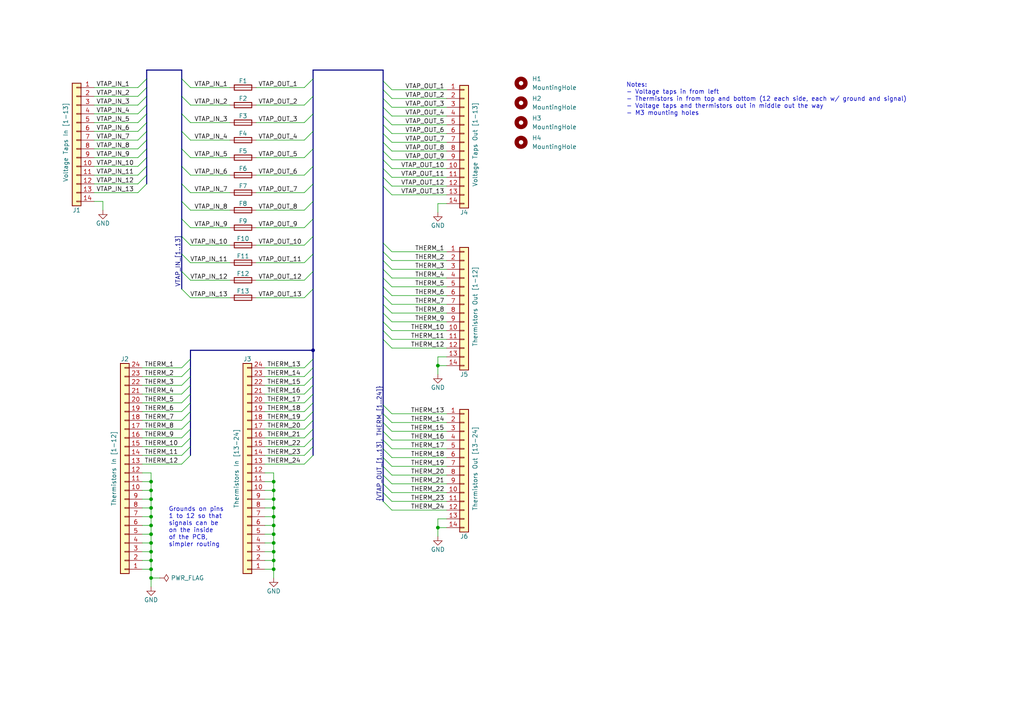
<source format=kicad_sch>
(kicad_sch (version 20211123) (generator eeschema)
  (paper "A4")
  (lib_symbols
    (symbol "Connector_Generic:Conn_01x14" (pin_names (offset 1.016) hide)
      (property "Reference" "J" (at 0 17.78 0))
      (property "Value" "Conn_01x14" (at 0 -20.32 0))
      (symbol "Conn_01x14_1_1"
        (rectangle (start -1.27 -17.653) (end 0 -17.907) (stroke (width 0.1524)))
        (rectangle (start -1.27 -15.113) (end 0 -15.367) (stroke (width 0.1524)))
        (rectangle (start -1.27 -12.573) (end 0 -12.827) (stroke (width 0.1524)))
        (rectangle (start -1.27 -10.033) (end 0 -10.287) (stroke (width 0.1524)))
        (rectangle (start -1.27 -7.493) (end 0 -7.747) (stroke (width 0.1524)))
        (rectangle (start -1.27 -4.953) (end 0 -5.207) (stroke (width 0.1524)))
        (rectangle (start -1.27 -2.413) (end 0 -2.667) (stroke (width 0.1524)))
        (rectangle (start -1.27 0.127) (end 0 -0.127) (stroke (width 0.1524)))
        (rectangle (start -1.27 2.667) (end 0 2.413) (stroke (width 0.1524)))
        (rectangle (start -1.27 5.207) (end 0 4.953) (stroke (width 0.1524)))
        (rectangle (start -1.27 7.747) (end 0 7.493) (stroke (width 0.1524)))
        (rectangle (start -1.27 10.287) (end 0 10.033) (stroke (width 0.1524)))
        (rectangle (start -1.27 12.827) (end 0 12.573) (stroke (width 0.1524)))
        (rectangle (start -1.27 15.367) (end 0 15.113) (stroke (width 0.1524)))
        (rectangle (start -1.27 16.51) (end 1.27 -19.05) (stroke (width 0.254)) (fill (type background)))
        (pin passive line (at -5.08 15.24 0) (length 3.81) (name "Pin_1") (number "1"))
        (pin passive line (at -5.08 -7.62 0) (length 3.81) (name "Pin_10") (number "10"))
        (pin passive line (at -5.08 -10.16 0) (length 3.81) (name "Pin_11") (number "11"))
        (pin passive line (at -5.08 -12.7 0) (length 3.81) (name "Pin_12") (number "12"))
        (pin passive line (at -5.08 -15.24 0) (length 3.81) (name "Pin_13") (number "13"))
        (pin passive line (at -5.08 -17.78 0) (length 3.81) (name "Pin_14") (number "14"))
        (pin passive line (at -5.08 12.7 0) (length 3.81) (name "Pin_2") (number "2"))
        (pin passive line (at -5.08 10.16 0) (length 3.81) (name "Pin_3") (number "3"))
        (pin passive line (at -5.08 7.62 0) (length 3.81) (name "Pin_4") (number "4"))
        (pin passive line (at -5.08 5.08 0) (length 3.81) (name "Pin_5") (number "5"))
        (pin passive line (at -5.08 2.54 0) (length 3.81) (name "Pin_6") (number "6"))
        (pin passive line (at -5.08 0 0) (length 3.81) (name "Pin_7") (number "7"))
        (pin passive line (at -5.08 -2.54 0) (length 3.81) (name "Pin_8") (number "8"))
        (pin passive line (at -5.08 -5.08 0) (length 3.81) (name "Pin_9") (number "9"))
      )
    )
    (symbol "Connector_Generic:Conn_01x24" (pin_names (offset 1.016) hide)
      (property "Reference" "J" (at 0 30.48 0))
      (property "Value" "Conn_01x24" (at 0 -33.02 0))
      (symbol "Conn_01x24_1_1"
        (rectangle (start -1.27 -30.353) (end 0 -30.607) (stroke (width 0.1524)))
        (rectangle (start -1.27 -27.813) (end 0 -28.067) (stroke (width 0.1524)))
        (rectangle (start -1.27 -25.273) (end 0 -25.527) (stroke (width 0.1524)))
        (rectangle (start -1.27 -22.733) (end 0 -22.987) (stroke (width 0.1524)))
        (rectangle (start -1.27 -20.193) (end 0 -20.447) (stroke (width 0.1524)))
        (rectangle (start -1.27 -17.653) (end 0 -17.907) (stroke (width 0.1524)))
        (rectangle (start -1.27 -15.113) (end 0 -15.367) (stroke (width 0.1524)))
        (rectangle (start -1.27 -12.573) (end 0 -12.827) (stroke (width 0.1524)))
        (rectangle (start -1.27 -10.033) (end 0 -10.287) (stroke (width 0.1524)))
        (rectangle (start -1.27 -7.493) (end 0 -7.747) (stroke (width 0.1524)))
        (rectangle (start -1.27 -4.953) (end 0 -5.207) (stroke (width 0.1524)))
        (rectangle (start -1.27 -2.413) (end 0 -2.667) (stroke (width 0.1524)))
        (rectangle (start -1.27 0.127) (end 0 -0.127) (stroke (width 0.1524)))
        (rectangle (start -1.27 2.667) (end 0 2.413) (stroke (width 0.1524)))
        (rectangle (start -1.27 5.207) (end 0 4.953) (stroke (width 0.1524)))
        (rectangle (start -1.27 7.747) (end 0 7.493) (stroke (width 0.1524)))
        (rectangle (start -1.27 10.287) (end 0 10.033) (stroke (width 0.1524)))
        (rectangle (start -1.27 12.827) (end 0 12.573) (stroke (width 0.1524)))
        (rectangle (start -1.27 15.367) (end 0 15.113) (stroke (width 0.1524)))
        (rectangle (start -1.27 17.907) (end 0 17.653) (stroke (width 0.1524)))
        (rectangle (start -1.27 20.447) (end 0 20.193) (stroke (width 0.1524)))
        (rectangle (start -1.27 22.987) (end 0 22.733) (stroke (width 0.1524)))
        (rectangle (start -1.27 25.527) (end 0 25.273) (stroke (width 0.1524)))
        (rectangle (start -1.27 28.067) (end 0 27.813) (stroke (width 0.1524)))
        (rectangle (start -1.27 29.21) (end 1.27 -31.75) (stroke (width 0.254)) (fill (type background)))
        (pin passive line (at -5.08 27.94 0) (length 3.81) (name "Pin_1") (number "1"))
        (pin passive line (at -5.08 5.08 0) (length 3.81) (name "Pin_10") (number "10"))
        (pin passive line (at -5.08 2.54 0) (length 3.81) (name "Pin_11") (number "11"))
        (pin passive line (at -5.08 0 0) (length 3.81) (name "Pin_12") (number "12"))
        (pin passive line (at -5.08 -2.54 0) (length 3.81) (name "Pin_13") (number "13"))
        (pin passive line (at -5.08 -5.08 0) (length 3.81) (name "Pin_14") (number "14"))
        (pin passive line (at -5.08 -7.62 0) (length 3.81) (name "Pin_15") (number "15"))
        (pin passive line (at -5.08 -10.16 0) (length 3.81) (name "Pin_16") (number "16"))
        (pin passive line (at -5.08 -12.7 0) (length 3.81) (name "Pin_17") (number "17"))
        (pin passive line (at -5.08 -15.24 0) (length 3.81) (name "Pin_18") (number "18"))
        (pin passive line (at -5.08 -17.78 0) (length 3.81) (name "Pin_19") (number "19"))
        (pin passive line (at -5.08 25.4 0) (length 3.81) (name "Pin_2") (number "2"))
        (pin passive line (at -5.08 -20.32 0) (length 3.81) (name "Pin_20") (number "20"))
        (pin passive line (at -5.08 -22.86 0) (length 3.81) (name "Pin_21") (number "21"))
        (pin passive line (at -5.08 -25.4 0) (length 3.81) (name "Pin_22") (number "22"))
        (pin passive line (at -5.08 -27.94 0) (length 3.81) (name "Pin_23") (number "23"))
        (pin passive line (at -5.08 -30.48 0) (length 3.81) (name "Pin_24") (number "24"))
        (pin passive line (at -5.08 22.86 0) (length 3.81) (name "Pin_3") (number "3"))
        (pin passive line (at -5.08 20.32 0) (length 3.81) (name "Pin_4") (number "4"))
        (pin passive line (at -5.08 17.78 0) (length 3.81) (name "Pin_5") (number "5"))
        (pin passive line (at -5.08 15.24 0) (length 3.81) (name "Pin_6") (number "6"))
        (pin passive line (at -5.08 12.7 0) (length 3.81) (name "Pin_7") (number "7"))
        (pin passive line (at -5.08 10.16 0) (length 3.81) (name "Pin_8") (number "8"))
        (pin passive line (at -5.08 7.62 0) (length 3.81) (name "Pin_9") (number "9"))
      )
    )
    (symbol "Device:Fuse" (pin_numbers hide) (pin_names (offset 0))
      (property "Reference" "F" (at 2.032 0 90))
      (property "Value" "Fuse" (at -1.905 0 90))
      (symbol "Fuse_0_1"
        (rectangle (start -0.762 -2.54) (end 0.762 2.54) (stroke (width 0.254)))
        (polyline (pts (xy 0 2.54) (xy 0 -2.54)))
      )
      (symbol "Fuse_1_1"
        (pin passive line (at 0 3.81 270) (length 1.27) (name "~") (number "1"))
        (pin passive line (at 0 -3.81 90) (length 1.27) (name "~") (number "2"))
      )
    )
    (symbol "Mechanical:MountingHole" (pin_names (offset 1.016))
      (property "Reference" "H" (at 0 5.08 0))
      (property "Value" "MountingHole" (at 0 3.175 0))
      (symbol "MountingHole_0_1"
        (circle (center 0 0) (radius 1.27) (stroke (width 1.27)))
      )
    )
    (symbol "power:GND" (power) (pin_names (offset 0))
      (property "Value" "GND" (at 0 -3.81 0))
      (symbol "GND_0_1"
        (polyline (pts (xy 0 0) (xy 0 -1.27) (xy 1.27 -1.27) (xy 0 -2.54) (xy -1.27 -1.27) (xy 0 -1.27)))
      )
      (symbol "GND_1_1"
        (pin power_in line (at 0 0 270) (length 0) hide (name "GND") (number "1"))
      )
    )
    (symbol "power:PWR_FLAG" (power) (pin_numbers hide) (pin_names (offset 0) hide)
      (property "Value" "PWR_FLAG" (at 0 3.81 0))
      (symbol "PWR_FLAG_0_0"
        (pin power_out line (at 0 0 90) (length 0) (name "pwr") (number "1"))
      )
      (symbol "PWR_FLAG_0_1"
        (polyline (pts (xy 0 0) (xy 0 1.27) (xy -1.016 1.905) (xy 0 2.54) (xy 1.016 1.905) (xy 0 1.27)))
      )
    )
  )
  (junction (at 43.815 147.32))
  (junction (at 43.815 160.02))
  (junction (at 79.375 162.56))
  (junction (at 43.815 144.78))
  (junction (at 79.375 165.1))
  (junction (at 43.815 167.64))
  (junction (at 79.375 147.32))
  (junction (at 43.815 157.48))
  (junction (at 79.375 149.86))
  (junction (at 79.375 139.7))
  (junction (at 127 153.035))
  (junction (at 43.815 142.24))
  (junction (at 79.375 142.24))
  (junction (at 79.375 152.4))
  (junction (at 79.375 157.48))
  (junction (at 43.815 152.4))
  (junction (at 79.375 154.94))
  (junction (at 90.805 101.6))
  (junction (at 43.815 139.7))
  (junction (at 43.815 165.1))
  (junction (at 127 106.045))
  (junction (at 43.815 149.86))
  (junction (at 43.815 154.94))
  (junction (at 79.375 144.78))
  (junction (at 43.815 162.56))
  (junction (at 79.375 160.02))
  (bus_entry (at 111.125 95.885) (size 2.54 2.54))
  (bus_entry (at 111.125 73.025) (size 2.54 2.54))
  (bus_entry (at 88.265 50.8) (size 2.54 -2.54))
  (bus_entry (at 52.705 22.86) (size 2.54 2.54))
  (bus_entry (at 40.005 45.72) (size 2.54 -2.54))
  (bus_entry (at 88.265 66.04) (size 2.54 -2.54))
  (bus_entry (at 55.245 35.56) (size -2.54 -2.54))
  (bus_entry (at 111.125 120.015) (size 2.54 2.54))
  (bus_entry (at 40.005 40.64) (size 2.54 -2.54))
  (bus_entry (at 55.245 81.28) (size -2.54 -2.54))
  (bus_entry (at 111.125 140.335) (size 2.54 2.54))
  (bus_entry (at 40.005 33.02) (size 2.54 -2.54))
  (bus_entry (at 111.125 36.195) (size 2.54 2.54))
  (bus_entry (at 111.125 43.815) (size 2.54 2.54))
  (bus_entry (at 40.005 43.18) (size 2.54 -2.54))
  (bus_entry (at 111.125 135.255) (size 2.54 2.54))
  (bus_entry (at 111.125 125.095) (size 2.54 2.54))
  (bus_entry (at 88.265 35.56) (size 2.54 -2.54))
  (bus_entry (at 55.245 76.2) (size -2.54 -2.54))
  (bus_entry (at 111.125 38.735) (size 2.54 2.54))
  (bus_entry (at 52.705 109.22) (size 2.54 -2.54))
  (bus_entry (at 55.245 60.96) (size -2.54 -2.54))
  (bus_entry (at 111.125 33.655) (size 2.54 2.54))
  (bus_entry (at 111.125 51.435) (size 2.54 2.54))
  (bus_entry (at 88.265 30.48) (size 2.54 -2.54))
  (bus_entry (at 40.005 38.1) (size 2.54 -2.54))
  (bus_entry (at 88.265 129.54) (size 2.54 -2.54))
  (bus_entry (at 111.125 85.725) (size 2.54 2.54))
  (bus_entry (at 52.705 132.08) (size 2.54 -2.54))
  (bus_entry (at 52.705 129.54) (size 2.54 -2.54))
  (bus_entry (at 111.125 132.715) (size 2.54 2.54))
  (bus_entry (at 40.005 48.26) (size 2.54 -2.54))
  (bus_entry (at 52.705 134.62) (size 2.54 -2.54))
  (bus_entry (at 111.125 41.275) (size 2.54 2.54))
  (bus_entry (at 111.125 26.035) (size 2.54 2.54))
  (bus_entry (at 88.265 60.96) (size 2.54 -2.54))
  (bus_entry (at 88.265 111.76) (size 2.54 -2.54))
  (bus_entry (at 88.265 119.38) (size 2.54 -2.54))
  (bus_entry (at 52.705 116.84) (size 2.54 -2.54))
  (bus_entry (at 111.125 130.175) (size 2.54 2.54))
  (bus_entry (at 40.005 25.4) (size 2.54 -2.54))
  (bus_entry (at 111.125 137.795) (size 2.54 2.54))
  (bus_entry (at 40.005 53.34) (size 2.54 -2.54))
  (bus_entry (at 111.125 88.265) (size 2.54 2.54))
  (bus_entry (at 88.265 116.84) (size 2.54 -2.54))
  (bus_entry (at 40.005 35.56) (size 2.54 -2.54))
  (bus_entry (at 111.125 90.805) (size 2.54 2.54))
  (bus_entry (at 88.265 121.92) (size 2.54 -2.54))
  (bus_entry (at 40.005 30.48) (size 2.54 -2.54))
  (bus_entry (at 111.125 83.185) (size 2.54 2.54))
  (bus_entry (at 111.125 70.485) (size 2.54 2.54))
  (bus_entry (at 111.125 28.575) (size 2.54 2.54))
  (bus_entry (at 88.265 25.4) (size 2.54 -2.54))
  (bus_entry (at 88.265 127) (size 2.54 -2.54))
  (bus_entry (at 111.125 53.975) (size 2.54 2.54))
  (bus_entry (at 111.125 117.475) (size 2.54 2.54))
  (bus_entry (at 111.125 98.425) (size 2.54 2.54))
  (bus_entry (at 55.245 45.72) (size -2.54 -2.54))
  (bus_entry (at 111.125 127.635) (size 2.54 2.54))
  (bus_entry (at 52.705 119.38) (size 2.54 -2.54))
  (bus_entry (at 111.125 122.555) (size 2.54 2.54))
  (bus_entry (at 88.265 86.36) (size 2.54 -2.54))
  (bus_entry (at 40.005 55.88) (size 2.54 -2.54))
  (bus_entry (at 88.265 106.68) (size 2.54 -2.54))
  (bus_entry (at 88.265 76.2) (size 2.54 -2.54))
  (bus_entry (at 88.265 124.46) (size 2.54 -2.54))
  (bus_entry (at 55.245 30.48) (size -2.54 -2.54))
  (bus_entry (at 52.705 106.68) (size 2.54 -2.54))
  (bus_entry (at 55.245 71.12) (size -2.54 -2.54))
  (bus_entry (at 52.705 127) (size 2.54 -2.54))
  (bus_entry (at 111.125 145.415) (size 2.54 2.54))
  (bus_entry (at 88.265 71.12) (size 2.54 -2.54))
  (bus_entry (at 111.125 48.895) (size 2.54 2.54))
  (bus_entry (at 111.125 142.875) (size 2.54 2.54))
  (bus_entry (at 55.245 66.04) (size -2.54 -2.54))
  (bus_entry (at 111.125 31.115) (size 2.54 2.54))
  (bus_entry (at 111.125 23.495) (size 2.54 2.54))
  (bus_entry (at 88.265 134.62) (size 2.54 -2.54))
  (bus_entry (at 88.265 45.72) (size 2.54 -2.54))
  (bus_entry (at 111.125 75.565) (size 2.54 2.54))
  (bus_entry (at 111.125 46.355) (size 2.54 2.54))
  (bus_entry (at 88.265 114.3) (size 2.54 -2.54))
  (bus_entry (at 52.705 124.46) (size 2.54 -2.54))
  (bus_entry (at 55.245 55.88) (size -2.54 -2.54))
  (bus_entry (at 55.245 86.36) (size -2.54 -2.54))
  (bus_entry (at 111.125 80.645) (size 2.54 2.54))
  (bus_entry (at 40.005 50.8) (size 2.54 -2.54))
  (bus_entry (at 88.265 109.22) (size 2.54 -2.54))
  (bus_entry (at 52.705 121.92) (size 2.54 -2.54))
  (bus_entry (at 88.265 55.88) (size 2.54 -2.54))
  (bus_entry (at 111.125 93.345) (size 2.54 2.54))
  (bus_entry (at 55.245 50.8) (size -2.54 -2.54))
  (bus_entry (at 52.705 111.76) (size 2.54 -2.54))
  (bus_entry (at 40.005 27.94) (size 2.54 -2.54))
  (bus_entry (at 55.245 40.64) (size -2.54 -2.54))
  (bus_entry (at 88.265 40.64) (size 2.54 -2.54))
  (bus_entry (at 88.265 132.08) (size 2.54 -2.54))
  (bus_entry (at 88.265 81.28) (size 2.54 -2.54))
  (bus_entry (at 111.125 78.105) (size 2.54 2.54))
  (bus_entry (at 52.705 114.3) (size 2.54 -2.54))
  (bus (pts (xy 90.805 119.38) (xy 90.805 121.92)))
  (wire (pts (xy 76.835 109.22) (xy 88.265 109.22)))
  (bus (pts (xy 111.125 28.575) (xy 111.125 31.115)))
  (wire (pts (xy 79.375 157.48) (xy 79.375 160.02)))
  (bus (pts (xy 55.245 119.38) (xy 55.245 121.92)))
  (wire (pts (xy 113.665 31.115) (xy 129.54 31.115)))
  (wire (pts (xy 113.665 122.555) (xy 129.54 122.555)))
  (wire (pts (xy 113.665 120.015) (xy 129.54 120.015)))
  (bus (pts (xy 111.125 73.025) (xy 111.125 75.565)))
  (wire (pts (xy 27.305 55.88) (xy 40.005 55.88)))
  (bus (pts (xy 111.125 127.635) (xy 111.125 130.175)))
  (bus (pts (xy 111.125 80.645) (xy 111.125 83.185)))
  (bus (pts (xy 111.125 93.345) (xy 111.125 95.885)))
  (wire (pts (xy 43.815 165.1) (xy 43.815 162.56)))
  (wire (pts (xy 113.665 93.345) (xy 129.54 93.345)))
  (wire (pts (xy 113.665 90.805) (xy 129.54 90.805)))
  (wire (pts (xy 55.245 55.88) (xy 66.675 55.88)))
  (wire (pts (xy 113.665 48.895) (xy 129.54 48.895)))
  (wire (pts (xy 41.275 134.62) (xy 52.705 134.62)))
  (bus (pts (xy 52.705 58.42) (xy 52.705 63.5)))
  (wire (pts (xy 113.665 43.815) (xy 129.54 43.815)))
  (wire (pts (xy 76.835 144.78) (xy 79.375 144.78)))
  (wire (pts (xy 113.665 85.725) (xy 129.54 85.725)))
  (wire (pts (xy 113.665 83.185) (xy 129.54 83.185)))
  (wire (pts (xy 76.835 134.62) (xy 88.265 134.62)))
  (wire (pts (xy 43.815 157.48) (xy 43.815 160.02)))
  (wire (pts (xy 79.375 160.02) (xy 79.375 162.56)))
  (wire (pts (xy 76.835 132.08) (xy 88.265 132.08)))
  (bus (pts (xy 111.125 140.335) (xy 111.125 142.875)))
  (bus (pts (xy 42.545 53.34) (xy 42.545 50.8)))
  (bus (pts (xy 111.125 135.255) (xy 111.125 137.795)))
  (bus (pts (xy 111.125 137.795) (xy 111.125 140.335)))
  (wire (pts (xy 79.375 165.1) (xy 79.375 167.64)))
  (bus (pts (xy 42.545 48.26) (xy 42.545 45.72)))
  (wire (pts (xy 41.275 137.16) (xy 43.815 137.16)))
  (bus (pts (xy 111.125 142.875) (xy 111.125 145.415)))
  (bus (pts (xy 90.805 114.3) (xy 90.805 116.84)))
  (wire (pts (xy 74.295 40.64) (xy 88.265 40.64)))
  (bus (pts (xy 111.125 20.32) (xy 111.125 23.495)))
  (bus (pts (xy 55.245 127) (xy 55.245 129.54)))
  (wire (pts (xy 113.665 132.715) (xy 129.54 132.715)))
  (bus (pts (xy 90.805 33.02) (xy 90.805 38.1)))
  (wire (pts (xy 43.815 147.32) (xy 43.815 149.86)))
  (bus (pts (xy 52.705 73.66) (xy 52.705 78.74)))
  (wire (pts (xy 27.305 48.26) (xy 40.005 48.26)))
  (wire (pts (xy 74.295 30.48) (xy 88.265 30.48)))
  (wire (pts (xy 55.245 45.72) (xy 66.675 45.72)))
  (bus (pts (xy 52.705 20.32) (xy 52.705 22.86)))
  (wire (pts (xy 79.375 154.94) (xy 79.375 157.48)))
  (wire (pts (xy 43.815 167.64) (xy 46.355 167.64)))
  (bus (pts (xy 111.125 36.195) (xy 111.125 38.735)))
  (wire (pts (xy 41.275 154.94) (xy 43.815 154.94)))
  (wire (pts (xy 113.665 98.425) (xy 129.54 98.425)))
  (bus (pts (xy 90.805 20.32) (xy 111.125 20.32)))
  (bus (pts (xy 90.805 83.82) (xy 90.805 101.6)))
  (bus (pts (xy 90.805 20.32) (xy 90.805 22.86)))
  (wire (pts (xy 127 103.505) (xy 127 106.045)))
  (wire (pts (xy 27.305 27.94) (xy 40.005 27.94)))
  (wire (pts (xy 41.275 144.78) (xy 43.815 144.78)))
  (bus (pts (xy 90.805 109.22) (xy 90.805 111.76)))
  (bus (pts (xy 42.545 25.4) (xy 42.545 22.86)))
  (bus (pts (xy 52.705 78.74) (xy 52.705 83.82)))
  (bus (pts (xy 111.125 46.355) (xy 111.125 48.895)))
  (bus (pts (xy 55.245 109.22) (xy 55.245 111.76)))
  (wire (pts (xy 113.665 33.655) (xy 129.54 33.655)))
  (bus (pts (xy 111.125 31.115) (xy 111.125 33.655)))
  (bus (pts (xy 111.125 125.095) (xy 111.125 127.635)))
  (bus (pts (xy 90.805 63.5) (xy 90.805 68.58)))
  (wire (pts (xy 79.375 162.56) (xy 76.835 162.56)))
  (wire (pts (xy 27.305 30.48) (xy 40.005 30.48)))
  (wire (pts (xy 113.665 41.275) (xy 129.54 41.275)))
  (wire (pts (xy 43.815 142.24) (xy 43.815 144.78)))
  (wire (pts (xy 113.665 140.335) (xy 129.54 140.335)))
  (wire (pts (xy 41.275 132.08) (xy 52.705 132.08)))
  (wire (pts (xy 27.305 25.4) (xy 40.005 25.4)))
  (wire (pts (xy 76.835 119.38) (xy 88.265 119.38)))
  (bus (pts (xy 90.805 22.86) (xy 90.805 27.94)))
  (wire (pts (xy 76.835 160.02) (xy 79.375 160.02)))
  (wire (pts (xy 43.815 160.02) (xy 43.815 162.56)))
  (wire (pts (xy 43.815 162.56) (xy 41.275 162.56)))
  (wire (pts (xy 76.835 139.7) (xy 79.375 139.7)))
  (wire (pts (xy 76.835 106.68) (xy 88.265 106.68)))
  (wire (pts (xy 74.295 76.2) (xy 88.265 76.2)))
  (wire (pts (xy 41.275 139.7) (xy 43.815 139.7)))
  (bus (pts (xy 111.125 85.725) (xy 111.125 88.265)))
  (wire (pts (xy 41.275 160.02) (xy 43.815 160.02)))
  (bus (pts (xy 90.805 78.74) (xy 90.805 83.82)))
  (bus (pts (xy 52.705 33.02) (xy 52.705 38.1)))
  (bus (pts (xy 90.805 48.26) (xy 90.805 53.34)))
  (wire (pts (xy 113.665 26.035) (xy 129.54 26.035)))
  (wire (pts (xy 113.665 142.875) (xy 129.54 142.875)))
  (wire (pts (xy 43.815 165.1) (xy 43.815 167.64)))
  (wire (pts (xy 74.295 86.36) (xy 88.265 86.36)))
  (bus (pts (xy 52.705 43.18) (xy 52.705 48.26)))
  (wire (pts (xy 79.375 142.24) (xy 79.375 144.78)))
  (bus (pts (xy 90.805 101.6) (xy 90.805 104.14)))
  (wire (pts (xy 127 59.055) (xy 129.54 59.055)))
  (wire (pts (xy 41.275 111.76) (xy 52.705 111.76)))
  (wire (pts (xy 55.245 35.56) (xy 66.675 35.56)))
  (wire (pts (xy 55.245 66.04) (xy 66.675 66.04)))
  (bus (pts (xy 111.125 122.555) (xy 111.125 125.095)))
  (wire (pts (xy 76.835 165.1) (xy 79.375 165.1)))
  (bus (pts (xy 52.705 22.86) (xy 52.705 27.94)))
  (wire (pts (xy 55.245 81.28) (xy 66.675 81.28)))
  (wire (pts (xy 76.835 137.16) (xy 79.375 137.16)))
  (wire (pts (xy 76.835 152.4) (xy 79.375 152.4)))
  (bus (pts (xy 111.125 53.975) (xy 111.125 70.485)))
  (wire (pts (xy 113.665 80.645) (xy 129.54 80.645)))
  (bus (pts (xy 42.545 27.94) (xy 42.545 25.4)))
  (bus (pts (xy 52.705 63.5) (xy 52.705 68.58)))
  (bus (pts (xy 90.805 121.92) (xy 90.805 124.46)))
  (wire (pts (xy 113.665 46.355) (xy 129.54 46.355)))
  (wire (pts (xy 127 103.505) (xy 129.54 103.505)))
  (bus (pts (xy 55.245 104.14) (xy 55.245 106.68)))
  (wire (pts (xy 113.665 147.955) (xy 129.54 147.955)))
  (wire (pts (xy 74.295 71.12) (xy 88.265 71.12)))
  (wire (pts (xy 76.835 154.94) (xy 79.375 154.94)))
  (wire (pts (xy 55.245 25.4) (xy 66.675 25.4)))
  (wire (pts (xy 79.375 137.16) (xy 79.375 139.7)))
  (wire (pts (xy 74.295 55.88) (xy 88.265 55.88)))
  (wire (pts (xy 27.305 35.56) (xy 40.005 35.56)))
  (wire (pts (xy 74.295 81.28) (xy 88.265 81.28)))
  (bus (pts (xy 111.125 95.885) (xy 111.125 98.425)))
  (wire (pts (xy 55.245 60.96) (xy 66.675 60.96)))
  (bus (pts (xy 90.805 124.46) (xy 90.805 127)))
  (wire (pts (xy 41.275 127) (xy 52.705 127)))
  (bus (pts (xy 90.805 53.34) (xy 90.805 58.42)))
  (wire (pts (xy 43.815 139.7) (xy 43.815 142.24)))
  (wire (pts (xy 74.295 35.56) (xy 88.265 35.56)))
  (bus (pts (xy 55.245 101.6) (xy 55.245 104.14)))
  (wire (pts (xy 113.665 100.965) (xy 129.54 100.965)))
  (wire (pts (xy 127 153.035) (xy 129.54 153.035)))
  (bus (pts (xy 111.125 38.735) (xy 111.125 41.275)))
  (bus (pts (xy 111.125 83.185) (xy 111.125 85.725)))
  (bus (pts (xy 90.805 127) (xy 90.805 129.54)))
  (bus (pts (xy 52.705 27.94) (xy 52.705 33.02)))
  (wire (pts (xy 76.835 142.24) (xy 79.375 142.24)))
  (wire (pts (xy 79.375 139.7) (xy 79.375 142.24)))
  (wire (pts (xy 127 61.595) (xy 127 59.055)))
  (bus (pts (xy 111.125 33.655) (xy 111.125 36.195)))
  (wire (pts (xy 113.665 51.435) (xy 129.54 51.435)))
  (bus (pts (xy 90.805 68.58) (xy 90.805 73.66)))
  (bus (pts (xy 90.805 58.42) (xy 90.805 63.5)))
  (wire (pts (xy 79.375 147.32) (xy 79.375 149.86)))
  (wire (pts (xy 76.835 157.48) (xy 79.375 157.48)))
  (wire (pts (xy 43.815 149.86) (xy 43.815 152.4)))
  (bus (pts (xy 42.545 40.64) (xy 42.545 38.1)))
  (wire (pts (xy 127 153.035) (xy 127 155.575)))
  (wire (pts (xy 27.305 33.02) (xy 40.005 33.02)))
  (wire (pts (xy 41.275 106.68) (xy 52.705 106.68)))
  (wire (pts (xy 41.275 149.86) (xy 43.815 149.86)))
  (bus (pts (xy 111.125 51.435) (xy 111.125 53.975)))
  (bus (pts (xy 111.125 70.485) (xy 111.125 73.025)))
  (bus (pts (xy 42.545 20.32) (xy 52.705 20.32)))
  (wire (pts (xy 41.275 109.22) (xy 52.705 109.22)))
  (bus (pts (xy 111.125 90.805) (xy 111.125 93.345)))
  (wire (pts (xy 74.295 25.4) (xy 88.265 25.4)))
  (bus (pts (xy 42.545 30.48) (xy 42.545 27.94)))
  (bus (pts (xy 111.125 117.475) (xy 111.125 120.015)))
  (bus (pts (xy 111.125 120.015) (xy 111.125 122.555)))
  (bus (pts (xy 55.245 114.3) (xy 55.245 116.84)))
  (bus (pts (xy 42.545 45.72) (xy 42.545 43.18)))
  (bus (pts (xy 55.245 129.54) (xy 55.245 132.08)))
  (bus (pts (xy 55.245 121.92) (xy 55.245 124.46)))
  (wire (pts (xy 43.815 144.78) (xy 43.815 147.32)))
  (bus (pts (xy 111.125 41.275) (xy 111.125 43.815)))
  (bus (pts (xy 111.125 48.895) (xy 111.125 51.435)))
  (wire (pts (xy 43.815 152.4) (xy 43.815 154.94)))
  (wire (pts (xy 113.665 75.565) (xy 129.54 75.565)))
  (wire (pts (xy 41.275 157.48) (xy 43.815 157.48)))
  (wire (pts (xy 55.245 50.8) (xy 66.675 50.8)))
  (wire (pts (xy 55.245 40.64) (xy 66.675 40.64)))
  (wire (pts (xy 76.835 149.86) (xy 79.375 149.86)))
  (wire (pts (xy 79.375 149.86) (xy 79.375 152.4)))
  (wire (pts (xy 27.305 45.72) (xy 40.005 45.72)))
  (wire (pts (xy 76.835 147.32) (xy 79.375 147.32)))
  (wire (pts (xy 55.245 71.12) (xy 66.675 71.12)))
  (wire (pts (xy 55.245 30.48) (xy 66.675 30.48)))
  (bus (pts (xy 111.125 132.715) (xy 111.125 135.255)))
  (wire (pts (xy 113.665 135.255) (xy 129.54 135.255)))
  (wire (pts (xy 79.375 165.1) (xy 79.375 162.56)))
  (wire (pts (xy 41.275 147.32) (xy 43.815 147.32)))
  (bus (pts (xy 55.245 111.76) (xy 55.245 114.3)))
  (wire (pts (xy 113.665 36.195) (xy 129.54 36.195)))
  (bus (pts (xy 42.545 35.56) (xy 42.545 33.02)))
  (wire (pts (xy 113.665 130.175) (xy 129.54 130.175)))
  (wire (pts (xy 74.295 60.96) (xy 88.265 60.96)))
  (wire (pts (xy 127 150.495) (xy 129.54 150.495)))
  (bus (pts (xy 52.705 38.1) (xy 52.705 43.18)))
  (wire (pts (xy 43.815 137.16) (xy 43.815 139.7)))
  (bus (pts (xy 111.125 26.035) (xy 111.125 28.575)))
  (bus (pts (xy 90.805 111.76) (xy 90.805 114.3)))
  (wire (pts (xy 113.665 145.415) (xy 129.54 145.415)))
  (wire (pts (xy 27.305 40.64) (xy 40.005 40.64)))
  (bus (pts (xy 111.125 88.265) (xy 111.125 90.805)))
  (wire (pts (xy 76.835 111.76) (xy 88.265 111.76)))
  (wire (pts (xy 74.295 45.72) (xy 88.265 45.72)))
  (bus (pts (xy 52.705 48.26) (xy 52.705 53.34)))
  (wire (pts (xy 79.375 152.4) (xy 79.375 154.94)))
  (wire (pts (xy 27.305 53.34) (xy 40.005 53.34)))
  (wire (pts (xy 29.845 58.42) (xy 29.845 60.96)))
  (bus (pts (xy 90.805 27.94) (xy 90.805 33.02)))
  (wire (pts (xy 113.665 73.025) (xy 129.54 73.025)))
  (wire (pts (xy 113.665 38.735) (xy 129.54 38.735)))
  (wire (pts (xy 27.305 38.1) (xy 40.005 38.1)))
  (bus (pts (xy 90.805 106.68) (xy 90.805 109.22)))
  (wire (pts (xy 113.665 125.095) (xy 129.54 125.095)))
  (wire (pts (xy 43.815 154.94) (xy 43.815 157.48)))
  (wire (pts (xy 41.275 142.24) (xy 43.815 142.24)))
  (bus (pts (xy 90.805 129.54) (xy 90.805 132.08)))
  (wire (pts (xy 113.665 95.885) (xy 129.54 95.885)))
  (wire (pts (xy 113.665 127.635) (xy 129.54 127.635)))
  (bus (pts (xy 111.125 75.565) (xy 111.125 78.105)))
  (bus (pts (xy 90.805 43.18) (xy 90.805 48.26)))
  (wire (pts (xy 55.245 86.36) (xy 66.675 86.36)))
  (bus (pts (xy 52.705 53.34) (xy 52.705 58.42)))
  (wire (pts (xy 76.835 121.92) (xy 88.265 121.92)))
  (wire (pts (xy 79.375 144.78) (xy 79.375 147.32)))
  (bus (pts (xy 42.545 50.8) (xy 42.545 48.26)))
  (bus (pts (xy 42.545 38.1) (xy 42.545 35.56)))
  (bus (pts (xy 90.805 38.1) (xy 90.805 43.18)))
  (wire (pts (xy 41.275 114.3) (xy 52.705 114.3)))
  (wire (pts (xy 41.275 119.38) (xy 52.705 119.38)))
  (bus (pts (xy 90.805 104.14) (xy 90.805 106.68)))
  (wire (pts (xy 41.275 129.54) (xy 52.705 129.54)))
  (wire (pts (xy 113.665 137.795) (xy 129.54 137.795)))
  (wire (pts (xy 113.665 78.105) (xy 129.54 78.105)))
  (wire (pts (xy 76.835 116.84) (xy 88.265 116.84)))
  (wire (pts (xy 41.275 124.46) (xy 52.705 124.46)))
  (wire (pts (xy 43.815 167.64) (xy 43.815 170.18)))
  (bus (pts (xy 111.125 98.425) (xy 111.125 117.475)))
  (wire (pts (xy 41.275 121.92) (xy 52.705 121.92)))
  (wire (pts (xy 27.305 43.18) (xy 40.005 43.18)))
  (wire (pts (xy 76.835 114.3) (xy 88.265 114.3)))
  (wire (pts (xy 76.835 124.46) (xy 88.265 124.46)))
  (bus (pts (xy 111.125 78.105) (xy 111.125 80.645)))
  (bus (pts (xy 111.125 130.175) (xy 111.125 132.715)))
  (wire (pts (xy 41.275 152.4) (xy 43.815 152.4)))
  (wire (pts (xy 41.275 116.84) (xy 52.705 116.84)))
  (bus (pts (xy 55.245 106.68) (xy 55.245 109.22)))
  (wire (pts (xy 113.665 28.575) (xy 129.54 28.575)))
  (wire (pts (xy 113.665 88.265) (xy 129.54 88.265)))
  (bus (pts (xy 90.805 116.84) (xy 90.805 119.38)))
  (wire (pts (xy 127 106.045) (xy 127 108.585)))
  (bus (pts (xy 42.545 22.86) (xy 42.545 20.32)))
  (wire (pts (xy 74.295 50.8) (xy 88.265 50.8)))
  (bus (pts (xy 111.125 23.495) (xy 111.125 26.035)))
  (wire (pts (xy 27.305 50.8) (xy 40.005 50.8)))
  (wire (pts (xy 76.835 127) (xy 88.265 127)))
  (bus (pts (xy 55.245 101.6) (xy 90.805 101.6)))
  (wire (pts (xy 76.835 129.54) (xy 88.265 129.54)))
  (bus (pts (xy 42.545 33.02) (xy 42.545 30.48)))
  (wire (pts (xy 113.665 56.515) (xy 129.54 56.515)))
  (bus (pts (xy 55.245 124.46) (xy 55.245 127)))
  (bus (pts (xy 55.245 116.84) (xy 55.245 119.38)))
  (wire (pts (xy 74.295 66.04) (xy 88.265 66.04)))
  (wire (pts (xy 127 150.495) (xy 127 153.035)))
  (wire (pts (xy 113.665 53.975) (xy 129.54 53.975)))
  (bus (pts (xy 111.125 43.815) (xy 111.125 46.355)))
  (wire (pts (xy 27.305 58.42) (xy 29.845 58.42)))
  (wire (pts (xy 41.275 165.1) (xy 43.815 165.1)))
  (bus (pts (xy 52.705 68.58) (xy 52.705 73.66)))
  (wire (pts (xy 55.245 76.2) (xy 66.675 76.2)))
  (bus (pts (xy 90.805 73.66) (xy 90.805 78.74)))
  (wire (pts (xy 127 106.045) (xy 129.54 106.045)))
  (bus (pts (xy 42.545 43.18) (xy 42.545 40.64)))
  (text "Notes:\n- Voltage taps in from left\n- Thermistors in from top and bottom (12 each side, each w/ ground and signal)\n- Voltage taps and thermistors out in middle out the way\n- M3 mounting holes" (at 181.61 33.655 0) (effects (font (size 1.27 1.27)) (justify left bottom)))
  (text "Grounds on pins\n1 to 12 so that \nsignals can be\non the inside\nof the PCB, \nsimpler routing" (at 48.895 158.75 0) (effects (font (size 1.27 1.27)) (justify left bottom)))
  (label "THERM_8" (at 128.905 90.805 180))
  (label "THERM_20" (at 77.47 124.46 0))
  (label "THERM_12" (at 41.91 134.62 0))
  (label "VTAP_IN_10" (at 27.94 48.26 0))
  (label "VTAP_OUT_3" (at 74.93 35.56 0))
  (label "THERM_11" (at 128.905 98.425 180))
  (label "VTAP_IN_4" (at 66.04 40.64 180))
  (label "VTAP_IN_[1..13]" (at 52.705 83.185 90))
  (label "VTAP_IN_7" (at 27.94 40.64 0))
  (label "THERM_14" (at 77.47 109.22 0))
  (label "VTAP_OUT_3" (at 128.905 31.115 180))
  (label "VTAP_IN_13" (at 66.04 86.36 180))
  (label "THERM_23" (at 128.905 145.415 180))
  (label "THERM_12" (at 128.905 100.965 180))
  (label "THERM_8" (at 41.91 124.46 0))
  (label "VTAP_OUT_6" (at 74.93 50.8 0))
  (label "VTAP_IN_10" (at 66.04 71.12 180))
  (label "THERM_22" (at 77.47 129.54 0))
  (label "VTAP_IN_8" (at 66.04 60.96 180))
  (label "THERM_9" (at 128.905 93.345 180))
  (label "THERM_13" (at 77.47 106.68 0))
  (label "VTAP_IN_5" (at 27.94 35.56 0))
  (label "THERM_6" (at 41.91 119.38 0))
  (label "THERM_11" (at 41.91 132.08 0))
  (label "THERM_1" (at 128.905 73.025 180))
  (label "VTAP_IN_1" (at 66.04 25.4 180))
  (label "VTAP_OUT_12" (at 128.905 53.975 180))
  (label "VTAP_OUT_4" (at 128.905 33.655 180))
  (label "VTAP_OUT_2" (at 74.93 30.48 0))
  (label "THERM_7" (at 41.91 121.92 0))
  (label "VTAP_IN_4" (at 27.94 33.02 0))
  (label "THERM_16" (at 77.47 114.3 0))
  (label "VTAP_IN_1" (at 27.94 25.4 0))
  (label "THERM_6" (at 128.905 85.725 180))
  (label "THERM_22" (at 128.905 142.875 180))
  (label "THERM_9" (at 41.91 127 0))
  (label "VTAP_IN_5" (at 66.04 45.72 180))
  (label "VTAP_IN_3" (at 27.94 30.48 0))
  (label "VTAP_OUT_5" (at 128.905 36.195 180))
  (label "THERM_15" (at 128.8469 125.095 180))
  (label "VTAP_OUT_8" (at 128.905 43.815 180))
  (label "VTAP_OUT_12" (at 74.93 81.28 0))
  (label "THERM_2" (at 41.91 109.22 0))
  (label "VTAP_OUT_7" (at 74.93 55.88 0))
  (label "VTAP_OUT_9" (at 74.93 66.04 0))
  (label "VTAP_IN_6" (at 27.94 38.1 0))
  (label "THERM_24" (at 77.47 134.62 0))
  (label "VTAP_IN_11" (at 66.04 76.2 180))
  (label "THERM_13" (at 128.905 120.015 180))
  (label "VTAP_IN_11" (at 27.94 50.8 0))
  (label "THERM_1" (at 41.91 106.68 0))
  (label "VTAP_OUT_2" (at 128.905 28.575 180))
  (label "THERM_10" (at 128.905 95.885 180))
  (label "THERM_20" (at 128.905 137.795 180))
  (label "VTAP_OUT_1" (at 74.93 25.4 0))
  (label "THERM_19" (at 128.905 135.255 180))
  (label "THERM_16" (at 128.905 127.635 180))
  (label "THERM_4" (at 41.91 114.3 0))
  (label "THERM_3" (at 128.905 78.105 180))
  (label "VTAP_OUT_5" (at 74.93 45.72 0))
  (label "THERM_23" (at 77.47 132.08 0))
  (label "VTAP_IN_6" (at 66.04 50.8 180))
  (label "VTAP_IN_2" (at 66.04 30.48 180))
  (label "VTAP_OUT_10" (at 128.905 48.895 180))
  (label "THERM_7" (at 128.905 88.265 180))
  (label "VTAP_OUT_9" (at 128.905 46.355 180))
  (label "VTAP_IN_12" (at 66.04 81.28 180))
  (label "VTAP_OUT_1" (at 128.905 26.035 180))
  (label "THERM_3" (at 41.91 111.76 0))
  (label "VTAP_OUT_8" (at 74.93 60.96 0))
  (label "VTAP_OUT_7" (at 128.905 41.275 180))
  (label "VTAP_IN_7" (at 66.04 55.88 180))
  (label "THERM_14" (at 128.905 122.555 180))
  (label "VTAP_OUT_6" (at 128.905 38.735 180))
  (label "THERM_17" (at 77.47 116.84 0))
  (label "VTAP_IN_9" (at 66.04 66.04 180))
  (label "THERM_21" (at 128.905 140.335 180))
  (label "THERM_24" (at 128.905 147.955 180))
  (label "VTAP_OUT_13" (at 128.905 56.515 180))
  (label "VTAP_IN_13" (at 27.94 55.88 0))
  (label "THERM_19" (at 77.47 121.92 0))
  (label "THERM_18" (at 128.905 132.715 180))
  (label "VTAP_OUT_11" (at 74.93 76.2 0))
  (label "THERM_4" (at 128.905 80.645 180))
  (label "THERM_5" (at 41.91 116.84 0))
  (label "VTAP_OUT_13" (at 74.93 86.36 0))
  (label "{VTAP_OUT_[1..13], THERM_[1..24]}" (at 111.125 145.415 90))
  (label "THERM_17" (at 128.905 130.175 180))
  (label "VTAP_IN_2" (at 27.94 27.94 0))
  (label "VTAP_IN_12" (at 27.94 53.34 0))
  (label "THERM_15" (at 77.47 111.76 0))
  (label "THERM_21" (at 77.47 127 0))
  (label "VTAP_IN_8" (at 27.94 43.18 0))
  (label "THERM_5" (at 128.905 83.185 180))
  (label "THERM_18" (at 77.47 119.38 0))
  (label "THERM_10" (at 41.91 129.54 0))
  (label "VTAP_OUT_10" (at 74.93 71.12 0))
  (label "THERM_2" (at 128.905 75.565 180))
  (label "VTAP_OUT_4" (at 74.93 40.64 0))
  (label "VTAP_OUT_11" (at 128.905 51.435 180))
  (label "VTAP_IN_9" (at 27.94 45.72 0))
  (label "VTAP_IN_3" (at 66.04 35.56 180))
  (symbol (lib_id "Device:Fuse") (at 70.485 81.28 270) (unit 1)
    (property "Reference" "F12" (at 70.485 79.375 90))
    (property "Value" "Fuse" (effects hide))
  )
  (symbol (lib_id "Device:Fuse") (at 70.485 25.4 270) (unit 1)
    (property "Reference" "F1" (at 70.485 23.495 90))
    (property "Value" "Fuse" (effects hide))
  )
  (symbol (lib_id "Mechanical:MountingHole") (at 151.13 41.275 0) (unit 1)
    (property "Reference" "H4" (at 154.305 40.0049 0) (effects (justify left)))
    (property "Value" "MountingHole" (at 154.305 42.5449 0) (effects (justify left)))
  )
  (symbol (lib_id "Connector_Generic:Conn_01x14") (at 22.225 40.64 0) (mirror y) (unit 1)
    (property "Reference" "J1" (at 22.225 60.96 0))
    (property "Value" "Voltage Taps In [1-13]" (at 19.05 41.275 90))
    (property "Footprint" "Connector_Molex:Molex_Micro-Fit_3.0_43045-1400_2x07_P3.00mm_Horizontal" (effects hide))
  )
  (symbol (lib_id "Device:Fuse") (at 70.485 45.72 270) (unit 1)
    (property "Reference" "F5" (at 70.485 43.815 90))
    (property "Value" "Fuse" (effects hide))
  )
  (symbol (lib_id "Device:Fuse") (at 70.485 66.04 270) (unit 1)
    (property "Reference" "F9" (at 70.485 64.135 90))
    (property "Value" "Fuse" (effects hide))
  )
  (symbol (lib_id "power:GND") (at 29.845 60.96 0) (unit 1)
    (property "Reference" "#PWR01" (effects hide))
    (property "Value" "GND" (at 29.845 64.77 0))
  )
  (symbol (lib_id "power:GND") (at 127 155.575 0) (unit 1)
    (property "Reference" "#PWR04" (effects hide))
    (property "Value" "GND" (at 127 159.385 0))
  )
  (symbol (lib_id "power:GND") (at 127 108.585 0) (unit 1)
    (property "Reference" "#PWR03" (effects hide))
    (property "Value" "GND" (at 127 112.395 0))
  )
  (symbol (lib_id "Device:Fuse") (at 70.485 76.2 270) (unit 1)
    (property "Reference" "F11" (at 70.485 74.295 90))
    (property "Value" "Fuse" (effects hide))
  )
  (symbol (lib_id "Device:Fuse") (at 70.485 71.12 270) (unit 1)
    (property "Reference" "F10" (at 70.485 69.215 90))
    (property "Value" "Fuse" (effects hide))
  )
  (symbol (lib_id "Device:Fuse") (at 70.485 40.64 270) (unit 1)
    (property "Reference" "F4" (at 70.485 38.735 90))
    (property "Value" "Fuse" (effects hide))
  )
  (symbol (lib_id "power:GND") (at 127 61.595 0) (unit 1)
    (property "Reference" "#PWR02" (effects hide))
    (property "Value" "GND" (at 127 65.405 0))
  )
  (symbol (lib_id "Mechanical:MountingHole") (at 151.13 24.13 0) (unit 1)
    (property "Reference" "H1" (at 154.305 22.8599 0) (effects (justify left)))
    (property "Value" "MountingHole" (at 154.305 25.3999 0) (effects (justify left)))
  )
  (symbol (lib_id "Device:Fuse") (at 70.485 35.56 270) (unit 1)
    (property "Reference" "F3" (at 70.485 33.655 90))
    (property "Value" "Fuse" (effects hide))
  )
  (symbol (lib_id "Device:Fuse") (at 70.485 60.96 270) (unit 1)
    (property "Reference" "F8" (at 70.485 59.055 90))
    (property "Value" "Fuse" (effects hide))
  )
  (symbol (lib_id "Connector_Generic:Conn_01x14") (at 134.62 88.265 0) (unit 1)
    (property "Reference" "J5" (at 134.62 108.585 0))
    (property "Value" "Thermistors Out [1-12]" (at 137.795 88.9 90))
    (property "Footprint" "Connector_Molex:Molex_Micro-Fit_3.0_43045-1412_2x07_P3.00mm_Vertical" (effects hide))
  )
  (symbol (lib_id "Device:Fuse") (at 70.485 30.48 270) (unit 1)
    (property "Reference" "F2" (at 70.485 28.575 90))
    (property "Value" "Fuse" (effects hide))
  )
  (symbol (lib_id "Connector_Generic:Conn_01x24") (at 36.195 137.16 180) (unit 1)
    (property "Reference" "J2" (at 36.195 104.14 0))
    (property "Value" "Thermistors In [1-12]" (at 33.02 135.89 90))
    (property "Footprint" "Connector_Molex:Molex_Micro-Fit_3.0_43045-2400_2x12_P3.00mm_Horizontal" (effects hide))
  )
  (symbol (lib_id "power:PWR_FLAG") (at 46.355 167.64 270) (unit 1)
    (property "Reference" "#FLG0101" (effects hide))
    (property "Value" "PWR_FLAG" (at 49.53 167.6399 90) (effects (justify left)))
  )
  (symbol (lib_id "power:GND") (at 79.375 167.64 0) (unit 1)
    (property "Reference" "#PWR0101" (effects hide))
    (property "Value" "GND" (at 79.375 171.45 0))
  )
  (symbol (lib_id "Mechanical:MountingHole") (at 151.13 35.56 0) (unit 1)
    (property "Reference" "H3" (at 154.305 34.2899 0) (effects (justify left)))
    (property "Value" "MountingHole" (at 154.305 36.8299 0) (effects (justify left)))
  )
  (symbol (lib_id "Device:Fuse") (at 70.485 86.36 270) (unit 1)
    (property "Reference" "F13" (at 70.485 84.455 90))
    (property "Value" "Fuse" (effects hide))
  )
  (symbol (lib_id "Connector_Generic:Conn_01x14") (at 134.62 135.255 0) (unit 1)
    (property "Reference" "J6" (at 134.62 155.575 0))
    (property "Value" "Thermistors Out [13-24]" (at 137.795 135.89 90))
    (property "Footprint" "Connector_Molex:Molex_Micro-Fit_3.0_43045-1412_2x07_P3.00mm_Vertical" (effects hide))
  )
  (symbol (lib_id "Connector_Generic:Conn_01x14") (at 134.62 41.275 0) (unit 1)
    (property "Reference" "J4" (at 134.62 61.595 0))
    (property "Value" "Voltage Taps Out [1-13]" (at 137.795 41.91 90))
    (property "Footprint" "Connector_Molex:Molex_Micro-Fit_3.0_43045-1412_2x07_P3.00mm_Vertical" (effects hide))
  )
  (symbol (lib_id "Device:Fuse") (at 70.485 50.8 270) (unit 1)
    (property "Reference" "F6" (at 70.485 48.895 90))
    (property "Value" "Fuse" (effects hide))
  )
  (symbol (lib_id "Device:Fuse") (at 70.485 55.88 270) (unit 1)
    (property "Reference" "F7" (at 70.485 53.975 90))
    (property "Value" "Fuse" (effects hide))
  )
  (symbol (lib_id "power:GND") (at 43.815 170.18 0) (unit 1)
    (property "Reference" "#PWR0102" (effects hide))
    (property "Value" "GND" (at 43.815 173.99 0))
  )
  (symbol (lib_id "Connector_Generic:Conn_01x24") (at 71.755 137.16 180) (unit 1)
    (property "Reference" "J3" (at 71.755 104.14 0))
    (property "Value" "Thermistors In [13-24]" (at 68.58 135.89 90))
    (property "Footprint" "Connector_Molex:Molex_Micro-Fit_3.0_43045-2400_2x12_P3.00mm_Horizontal" (effects hide))
  )
  (symbol (lib_id "Mechanical:MountingHole") (at 151.13 29.845 0) (unit 1)
    (property "Reference" "H2" (at 154.305 28.5749 0) (effects (justify left)))
    (property "Value" "MountingHole" (at 154.305 31.1149 0) (effects (justify left)))
  )
)
</source>
